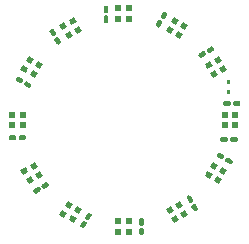
<source format=gts>
G04 #@! TF.GenerationSoftware,KiCad,Pcbnew,7.0.7-7.0.7~ubuntu23.04.1*
G04 #@! TF.CreationDate,2023-10-17T18:20:03+00:00*
G04 #@! TF.ProjectId,pedalboard-led-ring,70656461-6c62-46f6-9172-642d6c65642d,1.1.0-RC1*
G04 #@! TF.SameCoordinates,Original*
G04 #@! TF.FileFunction,Soldermask,Top*
G04 #@! TF.FilePolarity,Negative*
%FSLAX46Y46*%
G04 Gerber Fmt 4.6, Leading zero omitted, Abs format (unit mm)*
G04 Created by KiCad (PCBNEW 7.0.7-7.0.7~ubuntu23.04.1) date 2023-10-17 18:20:03*
%MOMM*%
%LPD*%
G01*
G04 APERTURE LIST*
%ADD10R,0.500000X0.500000*%
G04 APERTURE END LIST*
G36*
X4676795Y-8500446D02*
G01*
X4243783Y-8750446D01*
X3993783Y-8317434D01*
X4426795Y-8067434D01*
X4676795Y-8500446D01*
G37*
G36*
X5456217Y-8050446D02*
G01*
X5023205Y-8300446D01*
X4773205Y-7867434D01*
X5206217Y-7617434D01*
X5456217Y-8050446D01*
G37*
G36*
X5006217Y-7271024D02*
G01*
X4573205Y-7521024D01*
X4323205Y-7088012D01*
X4756217Y-6838012D01*
X5006217Y-7271024D01*
G37*
G36*
X4226795Y-7721024D02*
G01*
X3793783Y-7971024D01*
X3543783Y-7538012D01*
X3976795Y-7288012D01*
X4226795Y-7721024D01*
G37*
G36*
G01*
X-1600000Y9665000D02*
X-1400000Y9665000D01*
G75*
G02*
X-1300000Y9565000I0J-100000D01*
G01*
X-1300000Y9130000D01*
G75*
G02*
X-1400000Y9030000I-100000J0D01*
G01*
X-1600000Y9030000D01*
G75*
G02*
X-1700000Y9130000I0J100000D01*
G01*
X-1700000Y9565000D01*
G75*
G02*
X-1600000Y9665000I100000J0D01*
G01*
G37*
G36*
G01*
X-1600000Y8850000D02*
X-1400000Y8850000D01*
G75*
G02*
X-1300000Y8750000I0J-100000D01*
G01*
X-1300000Y8315000D01*
G75*
G02*
X-1400000Y8215000I-100000J0D01*
G01*
X-1600000Y8215000D01*
G75*
G02*
X-1700000Y8315000I0J100000D01*
G01*
X-1700000Y8750000D01*
G75*
G02*
X-1600000Y8850000I100000J0D01*
G01*
G37*
G36*
G01*
X-6259103Y7645136D02*
X-6085897Y7745136D01*
G75*
G02*
X-5949294Y7708533I50000J-86603D01*
G01*
X-5731794Y7331811D01*
G75*
G02*
X-5768397Y7195208I-86603J-50000D01*
G01*
X-5941603Y7095208D01*
G75*
G02*
X-6078206Y7131811I-50000J86603D01*
G01*
X-6295706Y7508533D01*
G75*
G02*
X-6259103Y7645136I86603J50000D01*
G01*
G37*
G36*
G01*
X-5851603Y6939326D02*
X-5678397Y7039326D01*
G75*
G02*
X-5541794Y7002723I50000J-86603D01*
G01*
X-5324294Y6626001D01*
G75*
G02*
X-5360897Y6489398I-86603J-50000D01*
G01*
X-5534103Y6389398D01*
G75*
G02*
X-5670706Y6426001I-50000J86603D01*
G01*
X-5888206Y6802723D01*
G75*
G02*
X-5851603Y6939326I86603J50000D01*
G01*
G37*
D10*
X9450000Y-450000D03*
X9450000Y450000D03*
X8550000Y450000D03*
X8550000Y-450000D03*
X450000Y9450000D03*
X-450000Y9450000D03*
X-450000Y8550000D03*
X450000Y8550000D03*
G36*
X8300446Y-5023205D02*
G01*
X8050446Y-5456217D01*
X7617434Y-5206217D01*
X7867434Y-4773205D01*
X8300446Y-5023205D01*
G37*
G36*
X8750446Y-4243783D02*
G01*
X8500446Y-4676795D01*
X8067434Y-4426795D01*
X8317434Y-3993783D01*
X8750446Y-4243783D01*
G37*
G36*
X7971024Y-3793783D02*
G01*
X7721024Y-4226795D01*
X7288012Y-3976795D01*
X7538012Y-3543783D01*
X7971024Y-3793783D01*
G37*
G36*
X7521024Y-4573205D02*
G01*
X7271024Y-5006217D01*
X6838012Y-4756217D01*
X7088012Y-4323205D01*
X7521024Y-4573205D01*
G37*
G36*
X-8500446Y-4676795D02*
G01*
X-8750446Y-4243783D01*
X-8317434Y-3993783D01*
X-8067434Y-4426795D01*
X-8500446Y-4676795D01*
G37*
G36*
X-8050446Y-5456217D02*
G01*
X-8300446Y-5023205D01*
X-7867434Y-4773205D01*
X-7617434Y-5206217D01*
X-8050446Y-5456217D01*
G37*
G36*
X-7271024Y-5006217D02*
G01*
X-7521024Y-4573205D01*
X-7088012Y-4323205D01*
X-6838012Y-4756217D01*
X-7271024Y-5006217D01*
G37*
G36*
X-7721024Y-4226795D02*
G01*
X-7971024Y-3793783D01*
X-7538012Y-3543783D01*
X-7288012Y-3976795D01*
X-7721024Y-4226795D01*
G37*
X-450000Y-9450000D03*
X450000Y-9450000D03*
X450000Y-8550000D03*
X-450000Y-8550000D03*
X-9450000Y450000D03*
X-9450000Y-450000D03*
X-8550000Y-450000D03*
X-8550000Y450000D03*
G36*
X-8300446Y5023205D02*
G01*
X-8050446Y5456217D01*
X-7617434Y5206217D01*
X-7867434Y4773205D01*
X-8300446Y5023205D01*
G37*
G36*
X-8750446Y4243783D02*
G01*
X-8500446Y4676795D01*
X-8067434Y4426795D01*
X-8317434Y3993783D01*
X-8750446Y4243783D01*
G37*
G36*
X-7971024Y3793783D02*
G01*
X-7721024Y4226795D01*
X-7288012Y3976795D01*
X-7538012Y3543783D01*
X-7971024Y3793783D01*
G37*
G36*
X-7521024Y4573205D02*
G01*
X-7271024Y5006217D01*
X-6838012Y4756217D01*
X-7088012Y4323205D01*
X-7521024Y4573205D01*
G37*
G36*
G01*
X-9725000Y-1600000D02*
X-9725000Y-1400000D01*
G75*
G02*
X-9625000Y-1300000I100000J0D01*
G01*
X-9190000Y-1300000D01*
G75*
G02*
X-9090000Y-1400000I0J-100000D01*
G01*
X-9090000Y-1600000D01*
G75*
G02*
X-9190000Y-1700000I-100000J0D01*
G01*
X-9625000Y-1700000D01*
G75*
G02*
X-9725000Y-1600000I0J100000D01*
G01*
G37*
G36*
G01*
X-8910000Y-1600000D02*
X-8910000Y-1400000D01*
G75*
G02*
X-8810000Y-1300000I100000J0D01*
G01*
X-8375000Y-1300000D01*
G75*
G02*
X-8275000Y-1400000I0J-100000D01*
G01*
X-8275000Y-1600000D01*
G75*
G02*
X-8375000Y-1700000I-100000J0D01*
G01*
X-8810000Y-1700000D01*
G75*
G02*
X-8910000Y-1600000I0J100000D01*
G01*
G37*
G36*
G01*
X8787500Y2560000D02*
X8912500Y2560000D01*
G75*
G02*
X8975000Y2497500I0J-62500D01*
G01*
X8975000Y2262500D01*
G75*
G02*
X8912500Y2200000I-62500J0D01*
G01*
X8787500Y2200000D01*
G75*
G02*
X8725000Y2262500I0J62500D01*
G01*
X8725000Y2497500D01*
G75*
G02*
X8787500Y2560000I62500J0D01*
G01*
G37*
G36*
G01*
X8787500Y3400000D02*
X8912500Y3400000D01*
G75*
G02*
X8975000Y3337500I0J-62500D01*
G01*
X8975000Y3102500D01*
G75*
G02*
X8912500Y3040000I-62500J0D01*
G01*
X8787500Y3040000D01*
G75*
G02*
X8725000Y3102500I0J62500D01*
G01*
X8725000Y3337500D01*
G75*
G02*
X8787500Y3400000I62500J0D01*
G01*
G37*
G36*
G01*
X-7577869Y-6199103D02*
X-7677869Y-6025897D01*
G75*
G02*
X-7641266Y-5889294I86603J50000D01*
G01*
X-7264544Y-5671794D01*
G75*
G02*
X-7127941Y-5708397I50000J-86603D01*
G01*
X-7027941Y-5881603D01*
G75*
G02*
X-7064544Y-6018206I-86603J-50000D01*
G01*
X-7441266Y-6235706D01*
G75*
G02*
X-7577869Y-6199103I-50000J86603D01*
G01*
G37*
G36*
G01*
X-6872059Y-5791603D02*
X-6972059Y-5618397D01*
G75*
G02*
X-6935456Y-5481794I86603J50000D01*
G01*
X-6558734Y-5264294D01*
G75*
G02*
X-6422131Y-5300897I50000J-86603D01*
G01*
X-6322131Y-5474103D01*
G75*
G02*
X-6358734Y-5610706I-86603J-50000D01*
G01*
X-6735456Y-5828206D01*
G75*
G02*
X-6872059Y-5791603I-50000J86603D01*
G01*
G37*
G36*
G01*
X-3475897Y-9177869D02*
X-3649103Y-9077869D01*
G75*
G02*
X-3685706Y-8941266I50000J86603D01*
G01*
X-3468206Y-8564544D01*
G75*
G02*
X-3331603Y-8527941I86603J-50000D01*
G01*
X-3158397Y-8627941D01*
G75*
G02*
X-3121794Y-8764544I-50000J-86603D01*
G01*
X-3339294Y-9141266D01*
G75*
G02*
X-3475897Y-9177869I-86603J50000D01*
G01*
G37*
G36*
G01*
X-3068397Y-8472059D02*
X-3241603Y-8372059D01*
G75*
G02*
X-3278206Y-8235456I50000J86603D01*
G01*
X-3060706Y-7858734D01*
G75*
G02*
X-2924103Y-7822131I86603J-50000D01*
G01*
X-2750897Y-7922131D01*
G75*
G02*
X-2714294Y-8058734I-50000J-86603D01*
G01*
X-2931794Y-8435456D01*
G75*
G02*
X-3068397Y-8472059I-86603J50000D01*
G01*
G37*
G36*
G01*
X6249103Y-7645136D02*
X6075897Y-7745136D01*
G75*
G02*
X5939294Y-7708533I-50000J86603D01*
G01*
X5721794Y-7331811D01*
G75*
G02*
X5758397Y-7195208I86603J50000D01*
G01*
X5931603Y-7095208D01*
G75*
G02*
X6068206Y-7131811I50000J-86603D01*
G01*
X6285706Y-7508533D01*
G75*
G02*
X6249103Y-7645136I-86603J-50000D01*
G01*
G37*
G36*
G01*
X5841603Y-6939326D02*
X5668397Y-7039326D01*
G75*
G02*
X5531794Y-7002723I-50000J86603D01*
G01*
X5314294Y-6626001D01*
G75*
G02*
X5350897Y-6489398I86603J50000D01*
G01*
X5524103Y-6389398D01*
G75*
G02*
X5660706Y-6426001I50000J-86603D01*
G01*
X5878206Y-6802723D01*
G75*
G02*
X5841603Y-6939326I-86603J-50000D01*
G01*
G37*
G36*
G01*
X-9177869Y3475897D02*
X-9077869Y3649103D01*
G75*
G02*
X-8941266Y3685706I86603J-50000D01*
G01*
X-8564544Y3468206D01*
G75*
G02*
X-8527941Y3331603I-50000J-86603D01*
G01*
X-8627941Y3158397D01*
G75*
G02*
X-8764544Y3121794I-86603J50000D01*
G01*
X-9141266Y3339294D01*
G75*
G02*
X-9177869Y3475897I50000J86603D01*
G01*
G37*
G36*
G01*
X-8472059Y3068397D02*
X-8372059Y3241603D01*
G75*
G02*
X-8235456Y3278206I86603J-50000D01*
G01*
X-7858734Y3060706D01*
G75*
G02*
X-7822131Y2924103I-50000J-86603D01*
G01*
X-7922131Y2750897D01*
G75*
G02*
X-8058734Y2714294I-86603J50000D01*
G01*
X-8435456Y2931794D01*
G75*
G02*
X-8472059Y3068397I50000J86603D01*
G01*
G37*
G36*
G01*
X1600000Y-9755000D02*
X1400000Y-9755000D01*
G75*
G02*
X1300000Y-9655000I0J100000D01*
G01*
X1300000Y-9220000D01*
G75*
G02*
X1400000Y-9120000I100000J0D01*
G01*
X1600000Y-9120000D01*
G75*
G02*
X1700000Y-9220000I0J-100000D01*
G01*
X1700000Y-9655000D01*
G75*
G02*
X1600000Y-9755000I-100000J0D01*
G01*
G37*
G36*
G01*
X1600000Y-8940000D02*
X1400000Y-8940000D01*
G75*
G02*
X1300000Y-8840000I0J100000D01*
G01*
X1300000Y-8405000D01*
G75*
G02*
X1400000Y-8305000I100000J0D01*
G01*
X1600000Y-8305000D01*
G75*
G02*
X1700000Y-8405000I0J-100000D01*
G01*
X1700000Y-8840000D01*
G75*
G02*
X1600000Y-8940000I-100000J0D01*
G01*
G37*
G36*
X8500446Y4676795D02*
G01*
X8750446Y4243783D01*
X8317434Y3993783D01*
X8067434Y4426795D01*
X8500446Y4676795D01*
G37*
G36*
X8050446Y5456217D02*
G01*
X8300446Y5023205D01*
X7867434Y4773205D01*
X7617434Y5206217D01*
X8050446Y5456217D01*
G37*
G36*
X7271024Y5006217D02*
G01*
X7521024Y4573205D01*
X7088012Y4323205D01*
X6838012Y4756217D01*
X7271024Y5006217D01*
G37*
G36*
X7721024Y4226795D02*
G01*
X7971024Y3793783D01*
X7538012Y3543783D01*
X7288012Y3976795D01*
X7721024Y4226795D01*
G37*
G36*
G01*
X8425000Y1300000D02*
X8425000Y1500000D01*
G75*
G02*
X8525000Y1600000I100000J0D01*
G01*
X8960000Y1600000D01*
G75*
G02*
X9060000Y1500000I0J-100000D01*
G01*
X9060000Y1300000D01*
G75*
G02*
X8960000Y1200000I-100000J0D01*
G01*
X8525000Y1200000D01*
G75*
G02*
X8425000Y1300000I0J100000D01*
G01*
G37*
G36*
G01*
X9240000Y1300000D02*
X9240000Y1500000D01*
G75*
G02*
X9340000Y1600000I100000J0D01*
G01*
X9775000Y1600000D01*
G75*
G02*
X9875000Y1500000I0J-100000D01*
G01*
X9875000Y1300000D01*
G75*
G02*
X9775000Y1200000I-100000J0D01*
G01*
X9340000Y1200000D01*
G75*
G02*
X9240000Y1300000I0J100000D01*
G01*
G37*
G36*
G01*
X7577869Y6199103D02*
X7677869Y6025897D01*
G75*
G02*
X7641266Y5889294I-86603J-50000D01*
G01*
X7264544Y5671794D01*
G75*
G02*
X7127941Y5708397I-50000J86603D01*
G01*
X7027941Y5881603D01*
G75*
G02*
X7064544Y6018206I86603J50000D01*
G01*
X7441266Y6235706D01*
G75*
G02*
X7577869Y6199103I50000J-86603D01*
G01*
G37*
G36*
G01*
X6872059Y5791603D02*
X6972059Y5618397D01*
G75*
G02*
X6935456Y5481794I-86603J-50000D01*
G01*
X6558734Y5264294D01*
G75*
G02*
X6422131Y5300897I-50000J86603D01*
G01*
X6322131Y5474103D01*
G75*
G02*
X6358734Y5610706I86603J50000D01*
G01*
X6735456Y5828206D01*
G75*
G02*
X6872059Y5791603I50000J-86603D01*
G01*
G37*
G36*
X-4676795Y8500446D02*
G01*
X-4243783Y8750446D01*
X-3993783Y8317434D01*
X-4426795Y8067434D01*
X-4676795Y8500446D01*
G37*
G36*
X-5456217Y8050446D02*
G01*
X-5023205Y8300446D01*
X-4773205Y7867434D01*
X-5206217Y7617434D01*
X-5456217Y8050446D01*
G37*
G36*
X-5006217Y7271024D02*
G01*
X-4573205Y7521024D01*
X-4323205Y7088012D01*
X-4756217Y6838012D01*
X-5006217Y7271024D01*
G37*
G36*
X-4226795Y7721024D02*
G01*
X-3793783Y7971024D01*
X-3543783Y7538012D01*
X-3976795Y7288012D01*
X-4226795Y7721024D01*
G37*
G36*
G01*
X9227869Y-3525897D02*
X9127869Y-3699103D01*
G75*
G02*
X8991266Y-3735706I-86603J50000D01*
G01*
X8614544Y-3518206D01*
G75*
G02*
X8577941Y-3381603I50000J86603D01*
G01*
X8677941Y-3208397D01*
G75*
G02*
X8814544Y-3171794I86603J-50000D01*
G01*
X9191266Y-3389294D01*
G75*
G02*
X9227869Y-3525897I-50000J-86603D01*
G01*
G37*
G36*
G01*
X8522059Y-3118397D02*
X8422059Y-3291603D01*
G75*
G02*
X8285456Y-3328206I-86603J50000D01*
G01*
X7908734Y-3110706D01*
G75*
G02*
X7872131Y-2974103I50000J86603D01*
G01*
X7972131Y-2800897D01*
G75*
G02*
X8108734Y-2764294I86603J-50000D01*
G01*
X8485456Y-2981794D01*
G75*
G02*
X8522059Y-3118397I-50000J-86603D01*
G01*
G37*
G36*
X-5023205Y-8300446D02*
G01*
X-5456217Y-8050446D01*
X-5206217Y-7617434D01*
X-4773205Y-7867434D01*
X-5023205Y-8300446D01*
G37*
G36*
X-4243783Y-8750446D02*
G01*
X-4676795Y-8500446D01*
X-4426795Y-8067434D01*
X-3993783Y-8317434D01*
X-4243783Y-8750446D01*
G37*
G36*
X-3793783Y-7971024D02*
G01*
X-4226795Y-7721024D01*
X-3976795Y-7288012D01*
X-3543783Y-7538012D01*
X-3793783Y-7971024D01*
G37*
G36*
X-4573205Y-7521024D02*
G01*
X-5006217Y-7271024D01*
X-4756217Y-6838012D01*
X-4323205Y-7088012D01*
X-4573205Y-7521024D01*
G37*
G36*
X5023205Y8300446D02*
G01*
X5456217Y8050446D01*
X5206217Y7617434D01*
X4773205Y7867434D01*
X5023205Y8300446D01*
G37*
G36*
X4243783Y8750446D02*
G01*
X4676795Y8500446D01*
X4426795Y8067434D01*
X3993783Y8317434D01*
X4243783Y8750446D01*
G37*
G36*
X3793783Y7971024D02*
G01*
X4226795Y7721024D01*
X3976795Y7288012D01*
X3543783Y7538012D01*
X3793783Y7971024D01*
G37*
G36*
X4573205Y7521024D02*
G01*
X5006217Y7271024D01*
X4756217Y6838012D01*
X4323205Y7088012D01*
X4573205Y7521024D01*
G37*
G36*
G01*
X9635000Y-1550000D02*
X9635000Y-1750000D01*
G75*
G02*
X9535000Y-1850000I-100000J0D01*
G01*
X9100000Y-1850000D01*
G75*
G02*
X9000000Y-1750000I0J100000D01*
G01*
X9000000Y-1550000D01*
G75*
G02*
X9100000Y-1450000I100000J0D01*
G01*
X9535000Y-1450000D01*
G75*
G02*
X9635000Y-1550000I0J-100000D01*
G01*
G37*
G36*
G01*
X8820000Y-1550000D02*
X8820000Y-1750000D01*
G75*
G02*
X8720000Y-1850000I-100000J0D01*
G01*
X8285000Y-1850000D01*
G75*
G02*
X8185000Y-1750000I0J100000D01*
G01*
X8185000Y-1550000D01*
G75*
G02*
X8285000Y-1450000I100000J0D01*
G01*
X8720000Y-1450000D01*
G75*
G02*
X8820000Y-1550000I0J-100000D01*
G01*
G37*
G36*
G01*
X3475897Y9177869D02*
X3649103Y9077869D01*
G75*
G02*
X3685706Y8941266I-50000J-86603D01*
G01*
X3468206Y8564544D01*
G75*
G02*
X3331603Y8527941I-86603J50000D01*
G01*
X3158397Y8627941D01*
G75*
G02*
X3121794Y8764544I50000J86603D01*
G01*
X3339294Y9141266D01*
G75*
G02*
X3475897Y9177869I86603J-50000D01*
G01*
G37*
G36*
G01*
X3068397Y8472059D02*
X3241603Y8372059D01*
G75*
G02*
X3278206Y8235456I-50000J-86603D01*
G01*
X3060706Y7858734D01*
G75*
G02*
X2924103Y7822131I-86603J50000D01*
G01*
X2750897Y7922131D01*
G75*
G02*
X2714294Y8058734I50000J86603D01*
G01*
X2931794Y8435456D01*
G75*
G02*
X3068397Y8472059I86603J-50000D01*
G01*
G37*
M02*

</source>
